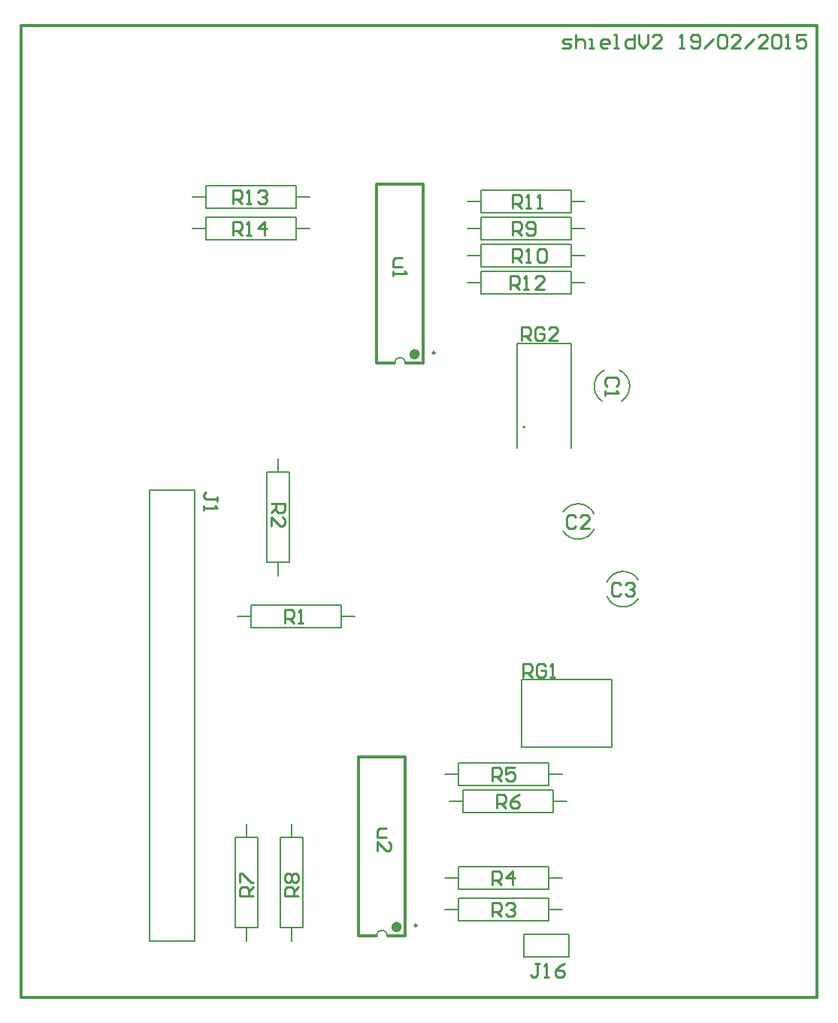
<source format=gto>
G04 Layer_Color=65535*
%FSLAX44Y44*%
%MOMM*%
G71*
G01*
G75*
%ADD12C,0.3048*%
%ADD14C,0.2540*%
%ADD24C,0.2000*%
%ADD25C,0.6000*%
%ADD26C,0.2500*%
D12*
X553900Y1650560D02*
X1450340D01*
Y556300D02*
Y1650560D01*
X553900Y556300D02*
X1450340D01*
X553900D02*
Y1650560D01*
X953940Y1472600D02*
X1006940D01*
X953940Y1270600D02*
X974090D01*
X986790D02*
X1006940D01*
X953940D02*
Y1472600D01*
X1006940Y1270600D02*
Y1472600D01*
X933620Y827440D02*
X986620D01*
X933620Y625440D02*
X953770D01*
X966470D02*
X986620D01*
X933620D02*
Y827440D01*
X986620Y625440D02*
Y827440D01*
D14*
X1137917Y594355D02*
X1132838D01*
X1135378D01*
Y581659D01*
X1132838Y579120D01*
X1130299D01*
X1127760Y581659D01*
X1142995Y579120D02*
X1148073D01*
X1145534D01*
Y594355D01*
X1142995Y591816D01*
X1165848Y594355D02*
X1160769Y591816D01*
X1155691Y586738D01*
Y581659D01*
X1158230Y579120D01*
X1163308D01*
X1165848Y581659D01*
Y584198D01*
X1163308Y586738D01*
X1155691D01*
X1119124Y916686D02*
Y931921D01*
X1126741D01*
X1129281Y929382D01*
Y924304D01*
X1126741Y921764D01*
X1119124D01*
X1124202D02*
X1129281Y916686D01*
X1144516Y929382D02*
X1141977Y931921D01*
X1136898D01*
X1134359Y929382D01*
Y919225D01*
X1136898Y916686D01*
X1141977D01*
X1144516Y919225D01*
Y924304D01*
X1139437D01*
X1149594Y916686D02*
X1154672D01*
X1152133D01*
Y931921D01*
X1149594Y929382D01*
X1117600Y1296200D02*
Y1311435D01*
X1125218D01*
X1127757Y1308896D01*
Y1303817D01*
X1125218Y1301278D01*
X1117600D01*
X1122678D02*
X1127757Y1296200D01*
X1142992Y1308896D02*
X1140453Y1311435D01*
X1135374D01*
X1132835Y1308896D01*
Y1298739D01*
X1135374Y1296200D01*
X1140453D01*
X1142992Y1298739D01*
Y1303817D01*
X1137913D01*
X1158227Y1296200D02*
X1148070D01*
X1158227Y1306357D01*
Y1308896D01*
X1155688Y1311435D01*
X1150609D01*
X1148070Y1308896D01*
X835660Y1112520D02*
X850895D01*
Y1104902D01*
X848356Y1102363D01*
X843278D01*
X840738Y1104902D01*
Y1112520D01*
Y1107442D02*
X835660Y1102363D01*
Y1087128D02*
Y1097285D01*
X845817Y1087128D01*
X848356D01*
X850895Y1089667D01*
Y1094746D01*
X848356Y1097285D01*
X850900Y977900D02*
Y993135D01*
X858518D01*
X861057Y990596D01*
Y985518D01*
X858518Y982978D01*
X850900D01*
X855978D02*
X861057Y977900D01*
X866135D02*
X871213D01*
X868674D01*
Y993135D01*
X866135Y990596D01*
X1084580Y647700D02*
Y662935D01*
X1092197D01*
X1094737Y660396D01*
Y655318D01*
X1092197Y652778D01*
X1084580D01*
X1089658D02*
X1094737Y647700D01*
X1099815Y660396D02*
X1102354Y662935D01*
X1107433D01*
X1109972Y660396D01*
Y657857D01*
X1107433Y655318D01*
X1104893D01*
X1107433D01*
X1109972Y652778D01*
Y650239D01*
X1107433Y647700D01*
X1102354D01*
X1099815Y650239D01*
X1084580Y683260D02*
Y698495D01*
X1092197D01*
X1094737Y695956D01*
Y690878D01*
X1092197Y688338D01*
X1084580D01*
X1089658D02*
X1094737Y683260D01*
X1107433D02*
Y698495D01*
X1099815Y690878D01*
X1109972D01*
X866140Y670560D02*
X850905D01*
Y678177D01*
X853444Y680717D01*
X858522D01*
X861062Y678177D01*
Y670560D01*
Y675638D02*
X866140Y680717D01*
X853444Y685795D02*
X850905Y688334D01*
Y693413D01*
X853444Y695952D01*
X855983D01*
X858522Y693413D01*
X861062Y695952D01*
X863601D01*
X866140Y693413D01*
Y688334D01*
X863601Y685795D01*
X861062D01*
X858522Y688334D01*
X855983Y685795D01*
X853444D01*
X858522Y688334D02*
Y693413D01*
X815340Y670560D02*
X800105D01*
Y678177D01*
X802644Y680717D01*
X807722D01*
X810262Y678177D01*
Y670560D01*
Y675638D02*
X815340Y680717D01*
X800105Y685795D02*
Y695952D01*
X802644D01*
X812801Y685795D01*
X815340D01*
X1089660Y769620D02*
Y784855D01*
X1097278D01*
X1099817Y782316D01*
Y777237D01*
X1097278Y774698D01*
X1089660D01*
X1094738D02*
X1099817Y769620D01*
X1115052Y784855D02*
X1109973Y782316D01*
X1104895Y777237D01*
Y772159D01*
X1107434Y769620D01*
X1112513D01*
X1115052Y772159D01*
Y774698D01*
X1112513Y777237D01*
X1104895D01*
X1084580Y800100D02*
Y815335D01*
X1092197D01*
X1094737Y812796D01*
Y807718D01*
X1092197Y805178D01*
X1084580D01*
X1089658D02*
X1094737Y800100D01*
X1109972Y815335D02*
X1099815D01*
Y807718D01*
X1104893Y810257D01*
X1107433D01*
X1109972Y807718D01*
Y802639D01*
X1107433Y800100D01*
X1102354D01*
X1099815Y802639D01*
X1104900Y1353820D02*
Y1369055D01*
X1112517D01*
X1115057Y1366516D01*
Y1361438D01*
X1112517Y1358898D01*
X1104900D01*
X1109978D02*
X1115057Y1353820D01*
X1120135D02*
X1125213D01*
X1122674D01*
Y1369055D01*
X1120135Y1366516D01*
X1142988Y1353820D02*
X1132831D01*
X1142988Y1363977D01*
Y1366516D01*
X1140449Y1369055D01*
X1135370D01*
X1132831Y1366516D01*
X792480Y1450340D02*
Y1465575D01*
X800098D01*
X802637Y1463036D01*
Y1457957D01*
X800098Y1455418D01*
X792480D01*
X797558D02*
X802637Y1450340D01*
X807715D02*
X812793D01*
X810254D01*
Y1465575D01*
X807715Y1463036D01*
X820411D02*
X822950Y1465575D01*
X828028D01*
X830568Y1463036D01*
Y1460497D01*
X828028Y1457957D01*
X825489D01*
X828028D01*
X830568Y1455418D01*
Y1452879D01*
X828028Y1450340D01*
X822950D01*
X820411Y1452879D01*
X792480Y1414780D02*
Y1430015D01*
X800098D01*
X802637Y1427476D01*
Y1422397D01*
X800098Y1419858D01*
X792480D01*
X797558D02*
X802637Y1414780D01*
X807715D02*
X812793D01*
X810254D01*
Y1430015D01*
X807715Y1427476D01*
X828028Y1414780D02*
Y1430015D01*
X820411Y1422397D01*
X830568D01*
X1107440Y1384300D02*
Y1399535D01*
X1115058D01*
X1117597Y1396996D01*
Y1391918D01*
X1115058Y1389378D01*
X1107440D01*
X1112518D02*
X1117597Y1384300D01*
X1122675D02*
X1127753D01*
X1125214D01*
Y1399535D01*
X1122675Y1396996D01*
X1135371D02*
X1137910Y1399535D01*
X1142989D01*
X1145528Y1396996D01*
Y1386839D01*
X1142989Y1384300D01*
X1137910D01*
X1135371Y1386839D01*
Y1396996D01*
X1107440Y1414780D02*
Y1430015D01*
X1115058D01*
X1117597Y1427476D01*
Y1422397D01*
X1115058Y1419858D01*
X1107440D01*
X1112518D02*
X1117597Y1414780D01*
X1122675Y1417319D02*
X1125214Y1414780D01*
X1130293D01*
X1132832Y1417319D01*
Y1427476D01*
X1130293Y1430015D01*
X1125214D01*
X1122675Y1427476D01*
Y1424937D01*
X1125214Y1422397D01*
X1132832D01*
X982977Y1389380D02*
X975359D01*
X972820Y1386841D01*
Y1379223D01*
X982977D01*
X972820Y1374145D02*
Y1369067D01*
Y1371606D01*
X988055D01*
X985516Y1374145D01*
X965197Y746760D02*
X957579D01*
X955040Y744221D01*
Y736603D01*
X965197D01*
X955040Y721368D02*
Y731525D01*
X965197Y721368D01*
X967736D01*
X970275Y723907D01*
Y728986D01*
X967736Y731525D01*
X1224276Y1244603D02*
X1226815Y1247142D01*
Y1252221D01*
X1224276Y1254760D01*
X1214119D01*
X1211580Y1252221D01*
Y1247142D01*
X1214119Y1244603D01*
X1211580Y1239525D02*
Y1234447D01*
Y1236986D01*
X1226815D01*
X1224276Y1239525D01*
X1178557Y1097276D02*
X1176018Y1099815D01*
X1170939D01*
X1168400Y1097276D01*
Y1087119D01*
X1170939Y1084580D01*
X1176018D01*
X1178557Y1087119D01*
X1193792Y1084580D02*
X1183635D01*
X1193792Y1094737D01*
Y1097276D01*
X1191253Y1099815D01*
X1186174D01*
X1183635Y1097276D01*
X1229357Y1021076D02*
X1226817Y1023615D01*
X1221739D01*
X1219200Y1021076D01*
Y1010919D01*
X1221739Y1008380D01*
X1226817D01*
X1229357Y1010919D01*
X1234435Y1021076D02*
X1236974Y1023615D01*
X1242053D01*
X1244592Y1021076D01*
Y1018537D01*
X1242053Y1015997D01*
X1239513D01*
X1242053D01*
X1244592Y1013458D01*
Y1010919D01*
X1242053Y1008380D01*
X1236974D01*
X1234435Y1010919D01*
X774695Y1115063D02*
Y1120142D01*
Y1117602D01*
X761999D01*
X759460Y1120142D01*
Y1122681D01*
X761999Y1125220D01*
X759460Y1109985D02*
Y1104907D01*
Y1107446D01*
X774695D01*
X772156Y1109985D01*
X1107440Y1445260D02*
Y1460495D01*
X1115058D01*
X1117597Y1457956D01*
Y1452878D01*
X1115058Y1450338D01*
X1107440D01*
X1112518D02*
X1117597Y1445260D01*
X1122675D02*
X1127753D01*
X1125214D01*
Y1460495D01*
X1122675Y1457956D01*
X1135371Y1445260D02*
X1140449D01*
X1137910D01*
Y1460495D01*
X1135371Y1457956D01*
X1163320Y1625600D02*
X1170938D01*
X1173477Y1628139D01*
X1170938Y1630678D01*
X1165859D01*
X1163320Y1633217D01*
X1165859Y1635757D01*
X1173477D01*
X1178555Y1640835D02*
Y1625600D01*
Y1633217D01*
X1181094Y1635757D01*
X1186173D01*
X1188712Y1633217D01*
Y1625600D01*
X1193790D02*
X1198868D01*
X1196329D01*
Y1635757D01*
X1193790D01*
X1214104Y1625600D02*
X1209025D01*
X1206486Y1628139D01*
Y1633217D01*
X1209025Y1635757D01*
X1214104D01*
X1216643Y1633217D01*
Y1630678D01*
X1206486D01*
X1221721Y1625600D02*
X1226799D01*
X1224260D01*
Y1640835D01*
X1221721D01*
X1244574D02*
Y1625600D01*
X1236956D01*
X1234417Y1628139D01*
Y1633217D01*
X1236956Y1635757D01*
X1244574D01*
X1249652Y1640835D02*
Y1630678D01*
X1254730Y1625600D01*
X1259809Y1630678D01*
Y1640835D01*
X1275044Y1625600D02*
X1264887D01*
X1275044Y1635757D01*
Y1638296D01*
X1272505Y1640835D01*
X1267426D01*
X1264887Y1638296D01*
X1295357Y1625600D02*
X1300436D01*
X1297897D01*
Y1640835D01*
X1295357Y1638296D01*
X1308053Y1628139D02*
X1310592Y1625600D01*
X1315671D01*
X1318210Y1628139D01*
Y1638296D01*
X1315671Y1640835D01*
X1310592D01*
X1308053Y1638296D01*
Y1635757D01*
X1310592Y1633217D01*
X1318210D01*
X1323288Y1625600D02*
X1333445Y1635757D01*
X1338523Y1638296D02*
X1341062Y1640835D01*
X1346141D01*
X1348680Y1638296D01*
Y1628139D01*
X1346141Y1625600D01*
X1341062D01*
X1338523Y1628139D01*
Y1638296D01*
X1363915Y1625600D02*
X1353758D01*
X1363915Y1635757D01*
Y1638296D01*
X1361376Y1640835D01*
X1356298D01*
X1353758Y1638296D01*
X1368994Y1625600D02*
X1379150Y1635757D01*
X1394385Y1625600D02*
X1384229D01*
X1394385Y1635757D01*
Y1638296D01*
X1391846Y1640835D01*
X1386768D01*
X1384229Y1638296D01*
X1399464D02*
X1402003Y1640835D01*
X1407081D01*
X1409620Y1638296D01*
Y1628139D01*
X1407081Y1625600D01*
X1402003D01*
X1399464Y1628139D01*
Y1638296D01*
X1414699Y1625600D02*
X1419777D01*
X1417238D01*
Y1640835D01*
X1414699Y1638296D01*
X1437551Y1640835D02*
X1427395D01*
Y1633217D01*
X1432473Y1635757D01*
X1435012D01*
X1437551Y1633217D01*
Y1628139D01*
X1435012Y1625600D01*
X1429934D01*
X1427395Y1628139D01*
D24*
X1248765Y1026750D02*
G03*
X1213711Y1024317I-16865J-10750D01*
G01*
Y1007683D02*
G03*
X1248765Y1005250I18189J8317D01*
G01*
X1164235Y1081450D02*
G03*
X1199289Y1083883I16865J10750D01*
G01*
Y1100517D02*
G03*
X1164235Y1102950I-18189J-8317D01*
G01*
X1229950Y1227735D02*
G03*
X1227517Y1262789I-10750J16865D01*
G01*
X1210883D02*
G03*
X1208450Y1227735I8317J-18189D01*
G01*
X1121400Y1198450D02*
G03*
X1121400Y1198450I-1250J0D01*
G01*
X986790Y1270600D02*
G03*
X974090Y1270600I-6350J0D01*
G01*
X966470Y625440D02*
G03*
X953770Y625440I-6350J0D01*
G01*
X1120140Y627380D02*
X1170940D01*
X1120140Y601980D02*
Y627380D01*
X1170940Y601980D02*
Y627380D01*
X1120140Y601980D02*
X1170940D01*
X1117600Y838200D02*
X1219200D01*
X1117600D02*
Y914400D01*
X1219200D01*
Y838200D02*
Y914400D01*
X749300Y619760D02*
Y1127760D01*
X698500Y619760D02*
Y1127760D01*
X749300D01*
X698500Y619760D02*
X749300D01*
X1112520Y1292860D02*
X1173480D01*
Y1174750D02*
Y1292860D01*
X1112520Y1174750D02*
Y1292860D01*
X1148080Y690880D02*
X1163320D01*
X1031240D02*
X1046480D01*
Y678180D02*
Y703580D01*
Y678180D02*
X1148080D01*
Y703580D01*
X1046480D02*
X1148080D01*
X1031240Y655320D02*
X1046480D01*
X1148080D02*
X1163320D01*
X1148080Y642620D02*
Y668020D01*
X1046480D02*
X1148080D01*
X1046480Y642620D02*
Y668020D01*
Y642620D02*
X1148080D01*
X1153160Y777240D02*
X1168400D01*
X1036320D02*
X1051560D01*
Y764540D02*
Y789940D01*
Y764540D02*
X1153160D01*
Y789940D01*
X1051560D02*
X1153160D01*
X1031240Y807720D02*
X1046480D01*
X1148080D02*
X1163320D01*
X1148080Y795020D02*
Y820420D01*
X1046480D02*
X1148080D01*
X1046480Y795020D02*
Y820420D01*
Y795020D02*
X1148080D01*
X807720Y736600D02*
Y751840D01*
Y619760D02*
Y635000D01*
X795020D02*
X820420D01*
Y736600D01*
X795020D02*
X820420D01*
X795020Y635000D02*
Y736600D01*
X858520D02*
Y751840D01*
Y619760D02*
Y635000D01*
X845820D02*
X871220D01*
Y736600D01*
X845820D02*
X871220D01*
X845820Y635000D02*
Y736600D01*
X797560Y985520D02*
X812800D01*
X914400D02*
X929640D01*
X914400Y972820D02*
Y998220D01*
X812800D02*
X914400D01*
X812800Y972820D02*
Y998220D01*
Y972820D02*
X914400D01*
X843280Y1148080D02*
Y1163320D01*
Y1031240D02*
Y1046480D01*
X830580D02*
X855980D01*
Y1148080D01*
X830580D02*
X855980D01*
X830580Y1046480D02*
Y1148080D01*
X1173480Y1391920D02*
X1188720D01*
X1056640D02*
X1071880D01*
Y1379220D02*
Y1404620D01*
Y1379220D02*
X1173480D01*
Y1404620D01*
X1071880D02*
X1173480D01*
Y1361440D02*
X1188720D01*
X1056640D02*
X1071880D01*
Y1348740D02*
Y1374140D01*
Y1348740D02*
X1173480D01*
Y1374140D01*
X1071880D02*
X1173480D01*
Y1422400D02*
X1188720D01*
X1056640D02*
X1071880D01*
Y1409700D02*
Y1435100D01*
Y1409700D02*
X1173480D01*
Y1435100D01*
X1071880D02*
X1173480D01*
X863600Y1457960D02*
X878840D01*
X746760D02*
X762000D01*
Y1445260D02*
Y1470660D01*
Y1445260D02*
X863600D01*
Y1470660D01*
X762000D02*
X863600D01*
Y1422400D02*
X878840D01*
X746760D02*
X762000D01*
Y1409700D02*
Y1435100D01*
Y1409700D02*
X863600D01*
Y1435100D01*
X762000D02*
X863600D01*
X1056640Y1452880D02*
X1071880D01*
X1173480D02*
X1188720D01*
X1173480Y1440180D02*
Y1465580D01*
X1071880D02*
X1173480D01*
X1071880Y1440180D02*
Y1465580D01*
Y1440180D02*
X1173480D01*
D25*
X999940Y1280600D02*
G03*
X999940Y1280600I-3000J0D01*
G01*
X979620Y635440D02*
G03*
X979620Y635440I-3000J0D01*
G01*
D26*
X1019790Y1282400D02*
G03*
X1019790Y1282400I-1250J0D01*
G01*
X999470Y637240D02*
G03*
X999470Y637240I-1250J0D01*
G01*
M02*

</source>
